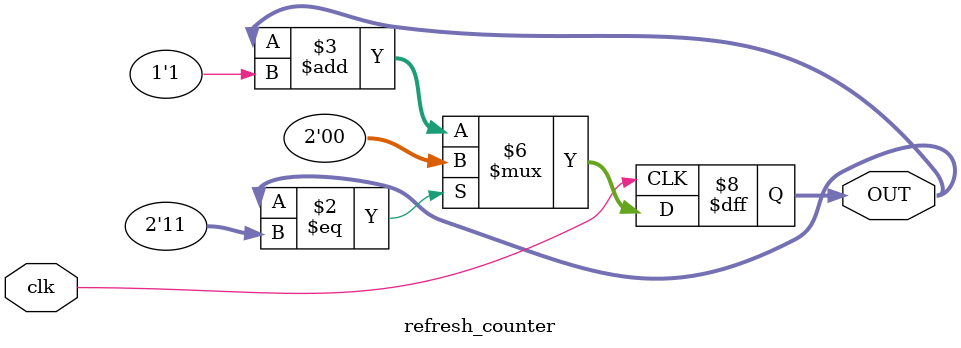
<source format=v>
`timescale 1ns / 1ps


module refresh_counter(
    input clk,
    output reg [1:0] OUT=0
    );
    
    always @(posedge clk)
    begin
        if(OUT == 2'b11)
            OUT = 2'b0;
        else
            OUT = OUT + 1'b1;
    end
endmodule

</source>
